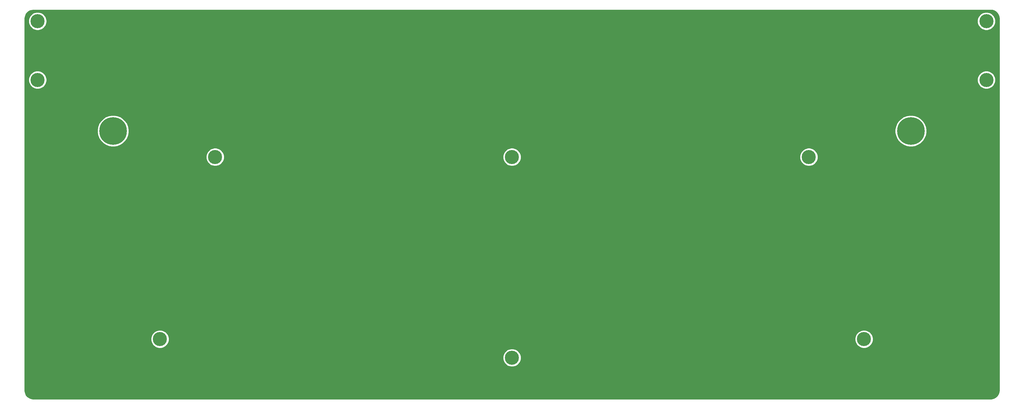
<source format=gtl>
G04 #@! TF.GenerationSoftware,KiCad,Pcbnew,(5.1.5)-3*
G04 #@! TF.CreationDate,2020-03-22T13:43:00+11:00*
G04 #@! TF.ProjectId,discipline-pcb,64697363-6970-46c6-996e-652d7063622e,rev?*
G04 #@! TF.SameCoordinates,Original*
G04 #@! TF.FileFunction,Copper,L1,Top*
G04 #@! TF.FilePolarity,Positive*
%FSLAX46Y46*%
G04 Gerber Fmt 4.6, Leading zero omitted, Abs format (unit mm)*
G04 Created by KiCad (PCBNEW (5.1.5)-3) date 2020-03-22 13:43:00*
%MOMM*%
%LPD*%
G04 APERTURE LIST*
%ADD10C,0.900000*%
%ADD11C,8.600000*%
%ADD12C,0.700000*%
%ADD13C,4.400000*%
%ADD14C,0.254000*%
G04 APERTURE END LIST*
D10*
X339510322Y-89129133D03*
X337229903Y-88184552D03*
X334949484Y-89129133D03*
X334004903Y-91409552D03*
X334949484Y-93689971D03*
X337229903Y-94634552D03*
X339510322Y-93689971D03*
X340454903Y-91409552D03*
D11*
X337229903Y-91409552D03*
D10*
X91030275Y-89129133D03*
X88749856Y-88184552D03*
X86469437Y-89129133D03*
X85524856Y-91409552D03*
X86469437Y-93689971D03*
X88749856Y-94634552D03*
X91030275Y-93689971D03*
X91974856Y-91409552D03*
D11*
X88749856Y-91409552D03*
D12*
X323804063Y-155227864D03*
X322637337Y-154744590D03*
X321470611Y-155227864D03*
X320987337Y-156394590D03*
X321470611Y-157561316D03*
X322637337Y-158044590D03*
X323804063Y-157561316D03*
X324287337Y-156394590D03*
D13*
X322637337Y-156394590D03*
D12*
X214156605Y-161039014D03*
X212989879Y-160555740D03*
X211823153Y-161039014D03*
X211339879Y-162205740D03*
X211823153Y-163372466D03*
X212989879Y-163855740D03*
X214156605Y-163372466D03*
X214639879Y-162205740D03*
D13*
X212989879Y-162205740D03*
D12*
X104509148Y-155227864D03*
X103342422Y-154744590D03*
X102175696Y-155227864D03*
X101692422Y-156394590D03*
X102175696Y-157561316D03*
X103342422Y-158044590D03*
X104509148Y-157561316D03*
X104992422Y-156394590D03*
D13*
X103342422Y-156394590D03*
D12*
X306615228Y-98383898D03*
X305448502Y-97900624D03*
X304281776Y-98383898D03*
X303798502Y-99550624D03*
X304281776Y-100717350D03*
X305448502Y-101200624D03*
X306615228Y-100717350D03*
X307098502Y-99550624D03*
D13*
X305448502Y-99550624D03*
D12*
X214156605Y-98383898D03*
X212989879Y-97900624D03*
X211823153Y-98383898D03*
X211339879Y-99550624D03*
X211823153Y-100717350D03*
X212989879Y-101200624D03*
X214156605Y-100717350D03*
X214639879Y-99550624D03*
D13*
X212989879Y-99550624D03*
D12*
X121697983Y-98383898D03*
X120531257Y-97900624D03*
X119364531Y-98383898D03*
X118881257Y-99550624D03*
X119364531Y-100717350D03*
X120531257Y-101200624D03*
X121697983Y-100717350D03*
X122181257Y-99550624D03*
D13*
X120531257Y-99550624D03*
D12*
X361913981Y-74302147D03*
X360747255Y-73818873D03*
X359580529Y-74302147D03*
X359097255Y-75468873D03*
X359580529Y-76635599D03*
X360747255Y-77118873D03*
X361913981Y-76635599D03*
X362397255Y-75468873D03*
D13*
X360747255Y-75468873D03*
D12*
X66399230Y-74302147D03*
X65232504Y-73818873D03*
X64065778Y-74302147D03*
X63582504Y-75468873D03*
X64065778Y-76635599D03*
X65232504Y-77118873D03*
X66399230Y-76635599D03*
X66882504Y-75468873D03*
D13*
X65232504Y-75468873D03*
D12*
X361913981Y-55980434D03*
X360747255Y-55497160D03*
X359580529Y-55980434D03*
X359097255Y-57147160D03*
X359580529Y-58313886D03*
X360747255Y-58797160D03*
X361913981Y-58313886D03*
X362397255Y-57147160D03*
D13*
X360747255Y-57147160D03*
D12*
X66399230Y-55980434D03*
X65232504Y-55497160D03*
X64065778Y-55980434D03*
X63582504Y-57147160D03*
X64065778Y-58313886D03*
X65232504Y-58797160D03*
X66399230Y-58313886D03*
X66882504Y-57147160D03*
D13*
X65232504Y-57147160D03*
D14*
G36*
X362633557Y-53705179D02*
G01*
X363118151Y-53851488D01*
X363565092Y-54089129D01*
X363957361Y-54409057D01*
X364280023Y-54799090D01*
X364520777Y-55244355D01*
X364670463Y-55727910D01*
X364726843Y-56264336D01*
X364726844Y-172408051D01*
X364674044Y-172946563D01*
X364527735Y-173431157D01*
X364290095Y-173878095D01*
X363970165Y-174270368D01*
X363580136Y-174593028D01*
X363134870Y-174833783D01*
X362651311Y-174983469D01*
X362114887Y-175039849D01*
X63887388Y-175039849D01*
X63348507Y-174987505D01*
X62863784Y-174841637D01*
X62416628Y-174604401D01*
X62024067Y-174284828D01*
X61701053Y-173895092D01*
X61459893Y-173450041D01*
X61309768Y-172966620D01*
X61252916Y-172430382D01*
X61252916Y-161926517D01*
X210154879Y-161926517D01*
X210154879Y-162484963D01*
X210263827Y-163032679D01*
X210477535Y-163548616D01*
X210787791Y-164012947D01*
X211182672Y-164407828D01*
X211647003Y-164718084D01*
X212162940Y-164931792D01*
X212710656Y-165040740D01*
X213269102Y-165040740D01*
X213816818Y-164931792D01*
X214332755Y-164718084D01*
X214797086Y-164407828D01*
X215191967Y-164012947D01*
X215502223Y-163548616D01*
X215715931Y-163032679D01*
X215824879Y-162484963D01*
X215824879Y-161926517D01*
X215715931Y-161378801D01*
X215502223Y-160862864D01*
X215191967Y-160398533D01*
X214797086Y-160003652D01*
X214332755Y-159693396D01*
X213816818Y-159479688D01*
X213269102Y-159370740D01*
X212710656Y-159370740D01*
X212162940Y-159479688D01*
X211647003Y-159693396D01*
X211182672Y-160003652D01*
X210787791Y-160398533D01*
X210477535Y-160862864D01*
X210263827Y-161378801D01*
X210154879Y-161926517D01*
X61252916Y-161926517D01*
X61252916Y-156115367D01*
X100507422Y-156115367D01*
X100507422Y-156673813D01*
X100616370Y-157221529D01*
X100830078Y-157737466D01*
X101140334Y-158201797D01*
X101535215Y-158596678D01*
X101999546Y-158906934D01*
X102515483Y-159120642D01*
X103063199Y-159229590D01*
X103621645Y-159229590D01*
X104169361Y-159120642D01*
X104685298Y-158906934D01*
X105149629Y-158596678D01*
X105544510Y-158201797D01*
X105854766Y-157737466D01*
X106068474Y-157221529D01*
X106177422Y-156673813D01*
X106177422Y-156115367D01*
X319802337Y-156115367D01*
X319802337Y-156673813D01*
X319911285Y-157221529D01*
X320124993Y-157737466D01*
X320435249Y-158201797D01*
X320830130Y-158596678D01*
X321294461Y-158906934D01*
X321810398Y-159120642D01*
X322358114Y-159229590D01*
X322916560Y-159229590D01*
X323464276Y-159120642D01*
X323980213Y-158906934D01*
X324444544Y-158596678D01*
X324839425Y-158201797D01*
X325149681Y-157737466D01*
X325363389Y-157221529D01*
X325472337Y-156673813D01*
X325472337Y-156115367D01*
X325363389Y-155567651D01*
X325149681Y-155051714D01*
X324839425Y-154587383D01*
X324444544Y-154192502D01*
X323980213Y-153882246D01*
X323464276Y-153668538D01*
X322916560Y-153559590D01*
X322358114Y-153559590D01*
X321810398Y-153668538D01*
X321294461Y-153882246D01*
X320830130Y-154192502D01*
X320435249Y-154587383D01*
X320124993Y-155051714D01*
X319911285Y-155567651D01*
X319802337Y-156115367D01*
X106177422Y-156115367D01*
X106068474Y-155567651D01*
X105854766Y-155051714D01*
X105544510Y-154587383D01*
X105149629Y-154192502D01*
X104685298Y-153882246D01*
X104169361Y-153668538D01*
X103621645Y-153559590D01*
X103063199Y-153559590D01*
X102515483Y-153668538D01*
X101999546Y-153882246D01*
X101535215Y-154192502D01*
X101140334Y-154587383D01*
X100830078Y-155051714D01*
X100616370Y-155567651D01*
X100507422Y-156115367D01*
X61252916Y-156115367D01*
X61252916Y-99271401D01*
X117696257Y-99271401D01*
X117696257Y-99829847D01*
X117805205Y-100377563D01*
X118018913Y-100893500D01*
X118329169Y-101357831D01*
X118724050Y-101752712D01*
X119188381Y-102062968D01*
X119704318Y-102276676D01*
X120252034Y-102385624D01*
X120810480Y-102385624D01*
X121358196Y-102276676D01*
X121874133Y-102062968D01*
X122338464Y-101752712D01*
X122733345Y-101357831D01*
X123043601Y-100893500D01*
X123257309Y-100377563D01*
X123366257Y-99829847D01*
X123366257Y-99271401D01*
X210154879Y-99271401D01*
X210154879Y-99829847D01*
X210263827Y-100377563D01*
X210477535Y-100893500D01*
X210787791Y-101357831D01*
X211182672Y-101752712D01*
X211647003Y-102062968D01*
X212162940Y-102276676D01*
X212710656Y-102385624D01*
X213269102Y-102385624D01*
X213816818Y-102276676D01*
X214332755Y-102062968D01*
X214797086Y-101752712D01*
X215191967Y-101357831D01*
X215502223Y-100893500D01*
X215715931Y-100377563D01*
X215824879Y-99829847D01*
X215824879Y-99271401D01*
X302613502Y-99271401D01*
X302613502Y-99829847D01*
X302722450Y-100377563D01*
X302936158Y-100893500D01*
X303246414Y-101357831D01*
X303641295Y-101752712D01*
X304105626Y-102062968D01*
X304621563Y-102276676D01*
X305169279Y-102385624D01*
X305727725Y-102385624D01*
X306275441Y-102276676D01*
X306791378Y-102062968D01*
X307255709Y-101752712D01*
X307650590Y-101357831D01*
X307960846Y-100893500D01*
X308174554Y-100377563D01*
X308283502Y-99829847D01*
X308283502Y-99271401D01*
X308174554Y-98723685D01*
X307960846Y-98207748D01*
X307650590Y-97743417D01*
X307255709Y-97348536D01*
X306791378Y-97038280D01*
X306275441Y-96824572D01*
X305727725Y-96715624D01*
X305169279Y-96715624D01*
X304621563Y-96824572D01*
X304105626Y-97038280D01*
X303641295Y-97348536D01*
X303246414Y-97743417D01*
X302936158Y-98207748D01*
X302722450Y-98723685D01*
X302613502Y-99271401D01*
X215824879Y-99271401D01*
X215715931Y-98723685D01*
X215502223Y-98207748D01*
X215191967Y-97743417D01*
X214797086Y-97348536D01*
X214332755Y-97038280D01*
X213816818Y-96824572D01*
X213269102Y-96715624D01*
X212710656Y-96715624D01*
X212162940Y-96824572D01*
X211647003Y-97038280D01*
X211182672Y-97348536D01*
X210787791Y-97743417D01*
X210477535Y-98207748D01*
X210263827Y-98723685D01*
X210154879Y-99271401D01*
X123366257Y-99271401D01*
X123257309Y-98723685D01*
X123043601Y-98207748D01*
X122733345Y-97743417D01*
X122338464Y-97348536D01*
X121874133Y-97038280D01*
X121358196Y-96824572D01*
X120810480Y-96715624D01*
X120252034Y-96715624D01*
X119704318Y-96824572D01*
X119188381Y-97038280D01*
X118724050Y-97348536D01*
X118329169Y-97743417D01*
X118018913Y-98207748D01*
X117805205Y-98723685D01*
X117696257Y-99271401D01*
X61252916Y-99271401D01*
X61252916Y-90923497D01*
X83814856Y-90923497D01*
X83814856Y-91895607D01*
X84004506Y-92849038D01*
X84376516Y-93747151D01*
X84916591Y-94555431D01*
X85603977Y-95242817D01*
X86412257Y-95782892D01*
X87310370Y-96154902D01*
X88263801Y-96344552D01*
X89235911Y-96344552D01*
X90189342Y-96154902D01*
X91087455Y-95782892D01*
X91895735Y-95242817D01*
X92583121Y-94555431D01*
X93123196Y-93747151D01*
X93495206Y-92849038D01*
X93684856Y-91895607D01*
X93684856Y-90923497D01*
X332294903Y-90923497D01*
X332294903Y-91895607D01*
X332484553Y-92849038D01*
X332856563Y-93747151D01*
X333396638Y-94555431D01*
X334084024Y-95242817D01*
X334892304Y-95782892D01*
X335790417Y-96154902D01*
X336743848Y-96344552D01*
X337715958Y-96344552D01*
X338669389Y-96154902D01*
X339567502Y-95782892D01*
X340375782Y-95242817D01*
X341063168Y-94555431D01*
X341603243Y-93747151D01*
X341975253Y-92849038D01*
X342164903Y-91895607D01*
X342164903Y-90923497D01*
X341975253Y-89970066D01*
X341603243Y-89071953D01*
X341063168Y-88263673D01*
X340375782Y-87576287D01*
X339567502Y-87036212D01*
X338669389Y-86664202D01*
X337715958Y-86474552D01*
X336743848Y-86474552D01*
X335790417Y-86664202D01*
X334892304Y-87036212D01*
X334084024Y-87576287D01*
X333396638Y-88263673D01*
X332856563Y-89071953D01*
X332484553Y-89970066D01*
X332294903Y-90923497D01*
X93684856Y-90923497D01*
X93495206Y-89970066D01*
X93123196Y-89071953D01*
X92583121Y-88263673D01*
X91895735Y-87576287D01*
X91087455Y-87036212D01*
X90189342Y-86664202D01*
X89235911Y-86474552D01*
X88263801Y-86474552D01*
X87310370Y-86664202D01*
X86412257Y-87036212D01*
X85603977Y-87576287D01*
X84916591Y-88263673D01*
X84376516Y-89071953D01*
X84004506Y-89970066D01*
X83814856Y-90923497D01*
X61252916Y-90923497D01*
X61252916Y-75189650D01*
X62397504Y-75189650D01*
X62397504Y-75748096D01*
X62506452Y-76295812D01*
X62720160Y-76811749D01*
X63030416Y-77276080D01*
X63425297Y-77670961D01*
X63889628Y-77981217D01*
X64405565Y-78194925D01*
X64953281Y-78303873D01*
X65511727Y-78303873D01*
X66059443Y-78194925D01*
X66575380Y-77981217D01*
X67039711Y-77670961D01*
X67434592Y-77276080D01*
X67744848Y-76811749D01*
X67958556Y-76295812D01*
X68067504Y-75748096D01*
X68067504Y-75189650D01*
X357912255Y-75189650D01*
X357912255Y-75748096D01*
X358021203Y-76295812D01*
X358234911Y-76811749D01*
X358545167Y-77276080D01*
X358940048Y-77670961D01*
X359404379Y-77981217D01*
X359920316Y-78194925D01*
X360468032Y-78303873D01*
X361026478Y-78303873D01*
X361574194Y-78194925D01*
X362090131Y-77981217D01*
X362554462Y-77670961D01*
X362949343Y-77276080D01*
X363259599Y-76811749D01*
X363473307Y-76295812D01*
X363582255Y-75748096D01*
X363582255Y-75189650D01*
X363473307Y-74641934D01*
X363259599Y-74125997D01*
X362949343Y-73661666D01*
X362554462Y-73266785D01*
X362090131Y-72956529D01*
X361574194Y-72742821D01*
X361026478Y-72633873D01*
X360468032Y-72633873D01*
X359920316Y-72742821D01*
X359404379Y-72956529D01*
X358940048Y-73266785D01*
X358545167Y-73661666D01*
X358234911Y-74125997D01*
X358021203Y-74641934D01*
X357912255Y-75189650D01*
X68067504Y-75189650D01*
X67958556Y-74641934D01*
X67744848Y-74125997D01*
X67434592Y-73661666D01*
X67039711Y-73266785D01*
X66575380Y-72956529D01*
X66059443Y-72742821D01*
X65511727Y-72633873D01*
X64953281Y-72633873D01*
X64405565Y-72742821D01*
X63889628Y-72956529D01*
X63425297Y-73266785D01*
X63030416Y-73661666D01*
X62720160Y-74125997D01*
X62506452Y-74641934D01*
X62397504Y-75189650D01*
X61252916Y-75189650D01*
X61252916Y-56867937D01*
X62397504Y-56867937D01*
X62397504Y-57426383D01*
X62506452Y-57974099D01*
X62720160Y-58490036D01*
X63030416Y-58954367D01*
X63425297Y-59349248D01*
X63889628Y-59659504D01*
X64405565Y-59873212D01*
X64953281Y-59982160D01*
X65511727Y-59982160D01*
X66059443Y-59873212D01*
X66575380Y-59659504D01*
X67039711Y-59349248D01*
X67434592Y-58954367D01*
X67744848Y-58490036D01*
X67958556Y-57974099D01*
X68067504Y-57426383D01*
X68067504Y-56867937D01*
X357912255Y-56867937D01*
X357912255Y-57426383D01*
X358021203Y-57974099D01*
X358234911Y-58490036D01*
X358545167Y-58954367D01*
X358940048Y-59349248D01*
X359404379Y-59659504D01*
X359920316Y-59873212D01*
X360468032Y-59982160D01*
X361026478Y-59982160D01*
X361574194Y-59873212D01*
X362090131Y-59659504D01*
X362554462Y-59349248D01*
X362949343Y-58954367D01*
X363259599Y-58490036D01*
X363473307Y-57974099D01*
X363582255Y-57426383D01*
X363582255Y-56867937D01*
X363473307Y-56320221D01*
X363259599Y-55804284D01*
X362949343Y-55339953D01*
X362554462Y-54945072D01*
X362090131Y-54634816D01*
X361574194Y-54421108D01*
X361026478Y-54312160D01*
X360468032Y-54312160D01*
X359920316Y-54421108D01*
X359404379Y-54634816D01*
X358940048Y-54945072D01*
X358545167Y-55339953D01*
X358234911Y-55804284D01*
X358021203Y-56320221D01*
X357912255Y-56867937D01*
X68067504Y-56867937D01*
X67958556Y-56320221D01*
X67744848Y-55804284D01*
X67434592Y-55339953D01*
X67039711Y-54945072D01*
X66575380Y-54634816D01*
X66059443Y-54421108D01*
X65511727Y-54312160D01*
X64953281Y-54312160D01*
X64405565Y-54421108D01*
X63889628Y-54634816D01*
X63425297Y-54945072D01*
X63030416Y-55339953D01*
X62720160Y-55804284D01*
X62506452Y-56320221D01*
X62397504Y-56867937D01*
X61252916Y-56867937D01*
X61252916Y-56284158D01*
X61305715Y-55745666D01*
X61452024Y-55261072D01*
X61689665Y-54814131D01*
X62009593Y-54421862D01*
X62399626Y-54099200D01*
X62844891Y-53858446D01*
X63328446Y-53708760D01*
X63864872Y-53652380D01*
X362095065Y-53652380D01*
X362633557Y-53705179D01*
G37*
X362633557Y-53705179D02*
X363118151Y-53851488D01*
X363565092Y-54089129D01*
X363957361Y-54409057D01*
X364280023Y-54799090D01*
X364520777Y-55244355D01*
X364670463Y-55727910D01*
X364726843Y-56264336D01*
X364726844Y-172408051D01*
X364674044Y-172946563D01*
X364527735Y-173431157D01*
X364290095Y-173878095D01*
X363970165Y-174270368D01*
X363580136Y-174593028D01*
X363134870Y-174833783D01*
X362651311Y-174983469D01*
X362114887Y-175039849D01*
X63887388Y-175039849D01*
X63348507Y-174987505D01*
X62863784Y-174841637D01*
X62416628Y-174604401D01*
X62024067Y-174284828D01*
X61701053Y-173895092D01*
X61459893Y-173450041D01*
X61309768Y-172966620D01*
X61252916Y-172430382D01*
X61252916Y-161926517D01*
X210154879Y-161926517D01*
X210154879Y-162484963D01*
X210263827Y-163032679D01*
X210477535Y-163548616D01*
X210787791Y-164012947D01*
X211182672Y-164407828D01*
X211647003Y-164718084D01*
X212162940Y-164931792D01*
X212710656Y-165040740D01*
X213269102Y-165040740D01*
X213816818Y-164931792D01*
X214332755Y-164718084D01*
X214797086Y-164407828D01*
X215191967Y-164012947D01*
X215502223Y-163548616D01*
X215715931Y-163032679D01*
X215824879Y-162484963D01*
X215824879Y-161926517D01*
X215715931Y-161378801D01*
X215502223Y-160862864D01*
X215191967Y-160398533D01*
X214797086Y-160003652D01*
X214332755Y-159693396D01*
X213816818Y-159479688D01*
X213269102Y-159370740D01*
X212710656Y-159370740D01*
X212162940Y-159479688D01*
X211647003Y-159693396D01*
X211182672Y-160003652D01*
X210787791Y-160398533D01*
X210477535Y-160862864D01*
X210263827Y-161378801D01*
X210154879Y-161926517D01*
X61252916Y-161926517D01*
X61252916Y-156115367D01*
X100507422Y-156115367D01*
X100507422Y-156673813D01*
X100616370Y-157221529D01*
X100830078Y-157737466D01*
X101140334Y-158201797D01*
X101535215Y-158596678D01*
X101999546Y-158906934D01*
X102515483Y-159120642D01*
X103063199Y-159229590D01*
X103621645Y-159229590D01*
X104169361Y-159120642D01*
X104685298Y-158906934D01*
X105149629Y-158596678D01*
X105544510Y-158201797D01*
X105854766Y-157737466D01*
X106068474Y-157221529D01*
X106177422Y-156673813D01*
X106177422Y-156115367D01*
X319802337Y-156115367D01*
X319802337Y-156673813D01*
X319911285Y-157221529D01*
X320124993Y-157737466D01*
X320435249Y-158201797D01*
X320830130Y-158596678D01*
X321294461Y-158906934D01*
X321810398Y-159120642D01*
X322358114Y-159229590D01*
X322916560Y-159229590D01*
X323464276Y-159120642D01*
X323980213Y-158906934D01*
X324444544Y-158596678D01*
X324839425Y-158201797D01*
X325149681Y-157737466D01*
X325363389Y-157221529D01*
X325472337Y-156673813D01*
X325472337Y-156115367D01*
X325363389Y-155567651D01*
X325149681Y-155051714D01*
X324839425Y-154587383D01*
X324444544Y-154192502D01*
X323980213Y-153882246D01*
X323464276Y-153668538D01*
X322916560Y-153559590D01*
X322358114Y-153559590D01*
X321810398Y-153668538D01*
X321294461Y-153882246D01*
X320830130Y-154192502D01*
X320435249Y-154587383D01*
X320124993Y-155051714D01*
X319911285Y-155567651D01*
X319802337Y-156115367D01*
X106177422Y-156115367D01*
X106068474Y-155567651D01*
X105854766Y-155051714D01*
X105544510Y-154587383D01*
X105149629Y-154192502D01*
X104685298Y-153882246D01*
X104169361Y-153668538D01*
X103621645Y-153559590D01*
X103063199Y-153559590D01*
X102515483Y-153668538D01*
X101999546Y-153882246D01*
X101535215Y-154192502D01*
X101140334Y-154587383D01*
X100830078Y-155051714D01*
X100616370Y-155567651D01*
X100507422Y-156115367D01*
X61252916Y-156115367D01*
X61252916Y-99271401D01*
X117696257Y-99271401D01*
X117696257Y-99829847D01*
X117805205Y-100377563D01*
X118018913Y-100893500D01*
X118329169Y-101357831D01*
X118724050Y-101752712D01*
X119188381Y-102062968D01*
X119704318Y-102276676D01*
X120252034Y-102385624D01*
X120810480Y-102385624D01*
X121358196Y-102276676D01*
X121874133Y-102062968D01*
X122338464Y-101752712D01*
X122733345Y-101357831D01*
X123043601Y-100893500D01*
X123257309Y-100377563D01*
X123366257Y-99829847D01*
X123366257Y-99271401D01*
X210154879Y-99271401D01*
X210154879Y-99829847D01*
X210263827Y-100377563D01*
X210477535Y-100893500D01*
X210787791Y-101357831D01*
X211182672Y-101752712D01*
X211647003Y-102062968D01*
X212162940Y-102276676D01*
X212710656Y-102385624D01*
X213269102Y-102385624D01*
X213816818Y-102276676D01*
X214332755Y-102062968D01*
X214797086Y-101752712D01*
X215191967Y-101357831D01*
X215502223Y-100893500D01*
X215715931Y-100377563D01*
X215824879Y-99829847D01*
X215824879Y-99271401D01*
X302613502Y-99271401D01*
X302613502Y-99829847D01*
X302722450Y-100377563D01*
X302936158Y-100893500D01*
X303246414Y-101357831D01*
X303641295Y-101752712D01*
X304105626Y-102062968D01*
X304621563Y-102276676D01*
X305169279Y-102385624D01*
X305727725Y-102385624D01*
X306275441Y-102276676D01*
X306791378Y-102062968D01*
X307255709Y-101752712D01*
X307650590Y-101357831D01*
X307960846Y-100893500D01*
X308174554Y-100377563D01*
X308283502Y-99829847D01*
X308283502Y-99271401D01*
X308174554Y-98723685D01*
X307960846Y-98207748D01*
X307650590Y-97743417D01*
X307255709Y-97348536D01*
X306791378Y-97038280D01*
X306275441Y-96824572D01*
X305727725Y-96715624D01*
X305169279Y-96715624D01*
X304621563Y-96824572D01*
X304105626Y-97038280D01*
X303641295Y-97348536D01*
X303246414Y-97743417D01*
X302936158Y-98207748D01*
X302722450Y-98723685D01*
X302613502Y-99271401D01*
X215824879Y-99271401D01*
X215715931Y-98723685D01*
X215502223Y-98207748D01*
X215191967Y-97743417D01*
X214797086Y-97348536D01*
X214332755Y-97038280D01*
X213816818Y-96824572D01*
X213269102Y-96715624D01*
X212710656Y-96715624D01*
X212162940Y-96824572D01*
X211647003Y-97038280D01*
X211182672Y-97348536D01*
X210787791Y-97743417D01*
X210477535Y-98207748D01*
X210263827Y-98723685D01*
X210154879Y-99271401D01*
X123366257Y-99271401D01*
X123257309Y-98723685D01*
X123043601Y-98207748D01*
X122733345Y-97743417D01*
X122338464Y-97348536D01*
X121874133Y-97038280D01*
X121358196Y-96824572D01*
X120810480Y-96715624D01*
X120252034Y-96715624D01*
X119704318Y-96824572D01*
X119188381Y-97038280D01*
X118724050Y-97348536D01*
X118329169Y-97743417D01*
X118018913Y-98207748D01*
X117805205Y-98723685D01*
X117696257Y-99271401D01*
X61252916Y-99271401D01*
X61252916Y-90923497D01*
X83814856Y-90923497D01*
X83814856Y-91895607D01*
X84004506Y-92849038D01*
X84376516Y-93747151D01*
X84916591Y-94555431D01*
X85603977Y-95242817D01*
X86412257Y-95782892D01*
X87310370Y-96154902D01*
X88263801Y-96344552D01*
X89235911Y-96344552D01*
X90189342Y-96154902D01*
X91087455Y-95782892D01*
X91895735Y-95242817D01*
X92583121Y-94555431D01*
X93123196Y-93747151D01*
X93495206Y-92849038D01*
X93684856Y-91895607D01*
X93684856Y-90923497D01*
X332294903Y-90923497D01*
X332294903Y-91895607D01*
X332484553Y-92849038D01*
X332856563Y-93747151D01*
X333396638Y-94555431D01*
X334084024Y-95242817D01*
X334892304Y-95782892D01*
X335790417Y-96154902D01*
X336743848Y-96344552D01*
X337715958Y-96344552D01*
X338669389Y-96154902D01*
X339567502Y-95782892D01*
X340375782Y-95242817D01*
X341063168Y-94555431D01*
X341603243Y-93747151D01*
X341975253Y-92849038D01*
X342164903Y-91895607D01*
X342164903Y-90923497D01*
X341975253Y-89970066D01*
X341603243Y-89071953D01*
X341063168Y-88263673D01*
X340375782Y-87576287D01*
X339567502Y-87036212D01*
X338669389Y-86664202D01*
X337715958Y-86474552D01*
X336743848Y-86474552D01*
X335790417Y-86664202D01*
X334892304Y-87036212D01*
X334084024Y-87576287D01*
X333396638Y-88263673D01*
X332856563Y-89071953D01*
X332484553Y-89970066D01*
X332294903Y-90923497D01*
X93684856Y-90923497D01*
X93495206Y-89970066D01*
X93123196Y-89071953D01*
X92583121Y-88263673D01*
X91895735Y-87576287D01*
X91087455Y-87036212D01*
X90189342Y-86664202D01*
X89235911Y-86474552D01*
X88263801Y-86474552D01*
X87310370Y-86664202D01*
X86412257Y-87036212D01*
X85603977Y-87576287D01*
X84916591Y-88263673D01*
X84376516Y-89071953D01*
X84004506Y-89970066D01*
X83814856Y-90923497D01*
X61252916Y-90923497D01*
X61252916Y-75189650D01*
X62397504Y-75189650D01*
X62397504Y-75748096D01*
X62506452Y-76295812D01*
X62720160Y-76811749D01*
X63030416Y-77276080D01*
X63425297Y-77670961D01*
X63889628Y-77981217D01*
X64405565Y-78194925D01*
X64953281Y-78303873D01*
X65511727Y-78303873D01*
X66059443Y-78194925D01*
X66575380Y-77981217D01*
X67039711Y-77670961D01*
X67434592Y-77276080D01*
X67744848Y-76811749D01*
X67958556Y-76295812D01*
X68067504Y-75748096D01*
X68067504Y-75189650D01*
X357912255Y-75189650D01*
X357912255Y-75748096D01*
X358021203Y-76295812D01*
X358234911Y-76811749D01*
X358545167Y-77276080D01*
X358940048Y-77670961D01*
X359404379Y-77981217D01*
X359920316Y-78194925D01*
X360468032Y-78303873D01*
X361026478Y-78303873D01*
X361574194Y-78194925D01*
X362090131Y-77981217D01*
X362554462Y-77670961D01*
X362949343Y-77276080D01*
X363259599Y-76811749D01*
X363473307Y-76295812D01*
X363582255Y-75748096D01*
X363582255Y-75189650D01*
X363473307Y-74641934D01*
X363259599Y-74125997D01*
X362949343Y-73661666D01*
X362554462Y-73266785D01*
X362090131Y-72956529D01*
X361574194Y-72742821D01*
X361026478Y-72633873D01*
X360468032Y-72633873D01*
X359920316Y-72742821D01*
X359404379Y-72956529D01*
X358940048Y-73266785D01*
X358545167Y-73661666D01*
X358234911Y-74125997D01*
X358021203Y-74641934D01*
X357912255Y-75189650D01*
X68067504Y-75189650D01*
X67958556Y-74641934D01*
X67744848Y-74125997D01*
X67434592Y-73661666D01*
X67039711Y-73266785D01*
X66575380Y-72956529D01*
X66059443Y-72742821D01*
X65511727Y-72633873D01*
X64953281Y-72633873D01*
X64405565Y-72742821D01*
X63889628Y-72956529D01*
X63425297Y-73266785D01*
X63030416Y-73661666D01*
X62720160Y-74125997D01*
X62506452Y-74641934D01*
X62397504Y-75189650D01*
X61252916Y-75189650D01*
X61252916Y-56867937D01*
X62397504Y-56867937D01*
X62397504Y-57426383D01*
X62506452Y-57974099D01*
X62720160Y-58490036D01*
X63030416Y-58954367D01*
X63425297Y-59349248D01*
X63889628Y-59659504D01*
X64405565Y-59873212D01*
X64953281Y-59982160D01*
X65511727Y-59982160D01*
X66059443Y-59873212D01*
X66575380Y-59659504D01*
X67039711Y-59349248D01*
X67434592Y-58954367D01*
X67744848Y-58490036D01*
X67958556Y-57974099D01*
X68067504Y-57426383D01*
X68067504Y-56867937D01*
X357912255Y-56867937D01*
X357912255Y-57426383D01*
X358021203Y-57974099D01*
X358234911Y-58490036D01*
X358545167Y-58954367D01*
X358940048Y-59349248D01*
X359404379Y-59659504D01*
X359920316Y-59873212D01*
X360468032Y-59982160D01*
X361026478Y-59982160D01*
X361574194Y-59873212D01*
X362090131Y-59659504D01*
X362554462Y-59349248D01*
X362949343Y-58954367D01*
X363259599Y-58490036D01*
X363473307Y-57974099D01*
X363582255Y-57426383D01*
X363582255Y-56867937D01*
X363473307Y-56320221D01*
X363259599Y-55804284D01*
X362949343Y-55339953D01*
X362554462Y-54945072D01*
X362090131Y-54634816D01*
X361574194Y-54421108D01*
X361026478Y-54312160D01*
X360468032Y-54312160D01*
X359920316Y-54421108D01*
X359404379Y-54634816D01*
X358940048Y-54945072D01*
X358545167Y-55339953D01*
X358234911Y-55804284D01*
X358021203Y-56320221D01*
X357912255Y-56867937D01*
X68067504Y-56867937D01*
X67958556Y-56320221D01*
X67744848Y-55804284D01*
X67434592Y-55339953D01*
X67039711Y-54945072D01*
X66575380Y-54634816D01*
X66059443Y-54421108D01*
X65511727Y-54312160D01*
X64953281Y-54312160D01*
X64405565Y-54421108D01*
X63889628Y-54634816D01*
X63425297Y-54945072D01*
X63030416Y-55339953D01*
X62720160Y-55804284D01*
X62506452Y-56320221D01*
X62397504Y-56867937D01*
X61252916Y-56867937D01*
X61252916Y-56284158D01*
X61305715Y-55745666D01*
X61452024Y-55261072D01*
X61689665Y-54814131D01*
X62009593Y-54421862D01*
X62399626Y-54099200D01*
X62844891Y-53858446D01*
X63328446Y-53708760D01*
X63864872Y-53652380D01*
X362095065Y-53652380D01*
X362633557Y-53705179D01*
M02*

</source>
